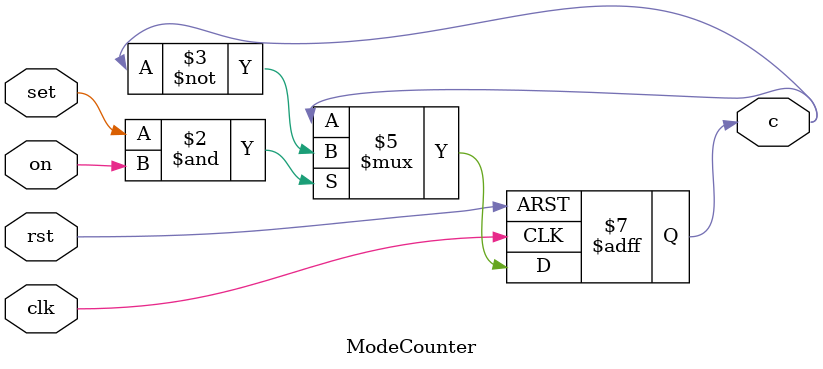
<source format=v>
`timescale 1ns / 1ps
module ModeCounter (
	 input on,
    input clk,
    input rst,
	 input set,
    output reg c
	);
	
	initial begin
		c = 0;
	end
    always @(posedge clk or posedge rst) begin
        if (rst) c <= 0;
        else if (set & on) c <= ~c;
    end


endmodule

</source>
